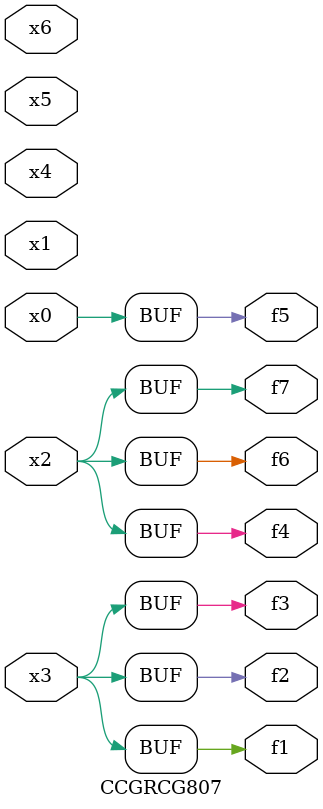
<source format=v>
module CCGRCG807(
	input x0, x1, x2, x3, x4, x5, x6,
	output f1, f2, f3, f4, f5, f6, f7
);
	assign f1 = x3;
	assign f2 = x3;
	assign f3 = x3;
	assign f4 = x2;
	assign f5 = x0;
	assign f6 = x2;
	assign f7 = x2;
endmodule

</source>
